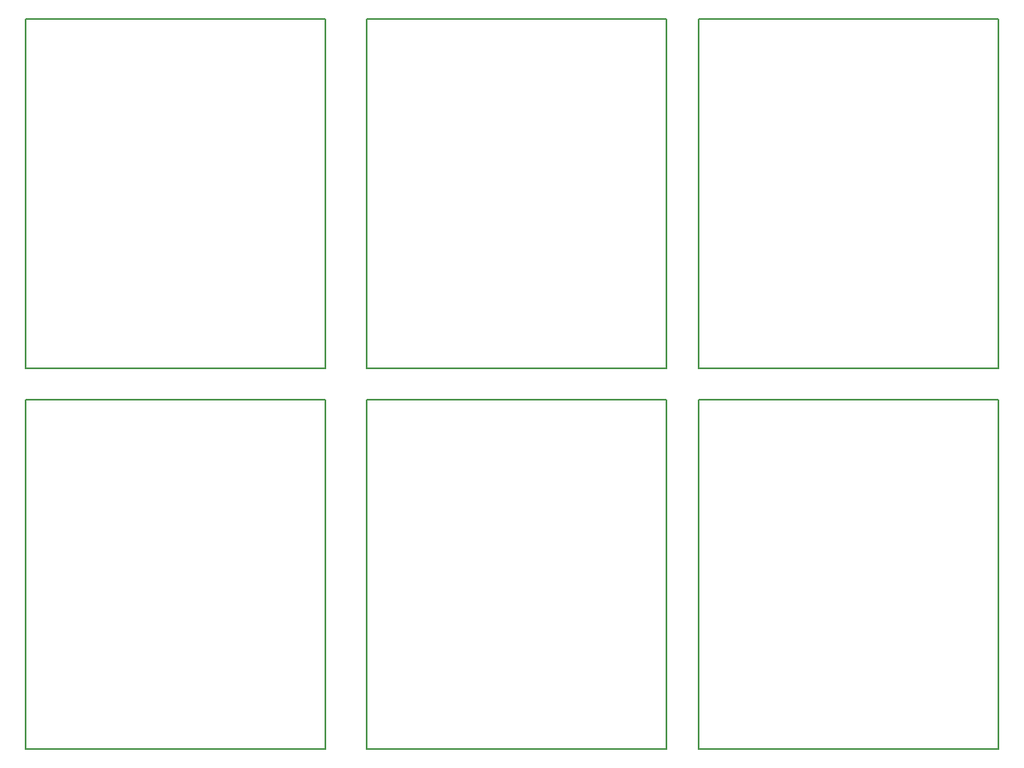
<source format=gm1>
%MOIN*%
%OFA0B0*%
%FSLAX23Y23*%
%IPPOS*%
%LPD*%
%ADD10C,0.008*%
%ADD11C,0.008*%
%ADD22C,0.008*%
%ADD23C,0.008*%
%ADD24C,0.008*%
%ADD25C,0.008*%
%ADD26C,0.008*%
%ADD27C,0.008*%
%ADD28C,0.008*%
%ADD29C,0.008*%
%ADD30C,0.008*%
%ADD31C,0.008*%
G90*
G54D10*
G54D11*
X00004Y03932D02*
X01216Y03932D01*
X01216Y02523D01*
X00004Y02523D01*
X00004Y03932D01*
D02*
G04 next file*
G04 MADE WITH FRITZING*
G04 WWW.FRITZING.ORG*
G04 DOUBLE SIDED*
G04 HOLES PLATED*
G04 CONTOUR ON CENTER OF CONTOUR VECTOR*
G90*
G04 skipping 70
D22*
D23*
X01381Y03932D02*
X02593Y03932D01*
X02593Y02523D01*
X01381Y02523D01*
X01381Y03932D01*
D02*
G04 End of contour*
G04 next file*
G04 MADE WITH FRITZING*
G04 WWW.FRITZING.ORG*
G04 DOUBLE SIDED*
G04 HOLES PLATED*
G04 CONTOUR ON CENTER OF CONTOUR VECTOR*
G90*
G04 skipping 70
D24*
D25*
X02720Y03932D02*
X03932Y03932D01*
X03932Y02523D01*
X02720Y02523D01*
X02720Y03932D01*
D02*
G04 End of contour*
G04 next file*
G04 MADE WITH FRITZING*
G04 WWW.FRITZING.ORG*
G04 DOUBLE SIDED*
G04 HOLES PLATED*
G04 CONTOUR ON CENTER OF CONTOUR VECTOR*
G90*
G04 skipping 70
D26*
D27*
X00004Y02397D02*
X01216Y02397D01*
X01216Y00988D01*
X00004Y00988D01*
X00004Y02397D01*
D02*
G04 End of contour*
G04 next file*
G04 MADE WITH FRITZING*
G04 WWW.FRITZING.ORG*
G04 DOUBLE SIDED*
G04 HOLES PLATED*
G04 CONTOUR ON CENTER OF CONTOUR VECTOR*
G90*
G04 skipping 70
D28*
D29*
X01381Y02397D02*
X02593Y02397D01*
X02593Y00988D01*
X01381Y00988D01*
X01381Y02397D01*
D02*
G04 End of contour*
G04 next file*
G04 MADE WITH FRITZING*
G04 WWW.FRITZING.ORG*
G04 DOUBLE SIDED*
G04 HOLES PLATED*
G04 CONTOUR ON CENTER OF CONTOUR VECTOR*
G90*
G04 skipping 70
D30*
D31*
X02720Y02397D02*
X03932Y02397D01*
X03932Y00988D01*
X02720Y00988D01*
X02720Y02397D01*
D02*
G04 End of contour*
M02*
</source>
